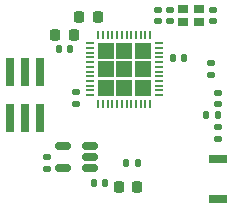
<source format=gbr>
%TF.GenerationSoftware,KiCad,Pcbnew,7.0.10*%
%TF.CreationDate,2024-03-11T17:01:08-07:00*%
%TF.ProjectId,P2.0,50322e30-2e6b-4696-9361-645f70636258,rev?*%
%TF.SameCoordinates,Original*%
%TF.FileFunction,Paste,Top*%
%TF.FilePolarity,Positive*%
%FSLAX46Y46*%
G04 Gerber Fmt 4.6, Leading zero omitted, Abs format (unit mm)*
G04 Created by KiCad (PCBNEW 7.0.10) date 2024-03-11 17:01:08*
%MOMM*%
%LPD*%
G01*
G04 APERTURE LIST*
G04 Aperture macros list*
%AMRoundRect*
0 Rectangle with rounded corners*
0 $1 Rounding radius*
0 $2 $3 $4 $5 $6 $7 $8 $9 X,Y pos of 4 corners*
0 Add a 4 corners polygon primitive as box body*
4,1,4,$2,$3,$4,$5,$6,$7,$8,$9,$2,$3,0*
0 Add four circle primitives for the rounded corners*
1,1,$1+$1,$2,$3*
1,1,$1+$1,$4,$5*
1,1,$1+$1,$6,$7*
1,1,$1+$1,$8,$9*
0 Add four rect primitives between the rounded corners*
20,1,$1+$1,$2,$3,$4,$5,0*
20,1,$1+$1,$4,$5,$6,$7,0*
20,1,$1+$1,$6,$7,$8,$9,0*
20,1,$1+$1,$8,$9,$2,$3,0*%
G04 Aperture macros list end*
%ADD10RoundRect,0.140000X0.140000X0.170000X-0.140000X0.170000X-0.140000X-0.170000X0.140000X-0.170000X0*%
%ADD11RoundRect,0.135000X-0.135000X-0.185000X0.135000X-0.185000X0.135000X0.185000X-0.135000X0.185000X0*%
%ADD12R,1.600000X0.800000*%
%ADD13RoundRect,0.147500X-0.172500X0.147500X-0.172500X-0.147500X0.172500X-0.147500X0.172500X0.147500X0*%
%ADD14RoundRect,0.150000X0.512500X0.150000X-0.512500X0.150000X-0.512500X-0.150000X0.512500X-0.150000X0*%
%ADD15RoundRect,0.140000X0.170000X-0.140000X0.170000X0.140000X-0.170000X0.140000X-0.170000X-0.140000X0*%
%ADD16R,0.850000X0.750000*%
%ADD17RoundRect,0.140000X-0.170000X0.140000X-0.170000X-0.140000X0.170000X-0.140000X0.170000X0.140000X0*%
%ADD18RoundRect,0.147500X-0.147500X-0.172500X0.147500X-0.172500X0.147500X0.172500X-0.147500X0.172500X0*%
%ADD19RoundRect,0.225000X0.225000X0.250000X-0.225000X0.250000X-0.225000X-0.250000X0.225000X-0.250000X0*%
%ADD20RoundRect,0.135000X-0.185000X0.135000X-0.185000X-0.135000X0.185000X-0.135000X0.185000X0.135000X0*%
%ADD21R,0.760000X2.400000*%
%ADD22RoundRect,0.218750X-0.218750X-0.256250X0.218750X-0.256250X0.218750X0.256250X-0.218750X0.256250X0*%
%ADD23R,0.762000X0.203200*%
%ADD24R,0.203200X0.762000*%
G04 APERTURE END LIST*
%TO.C,U5*%
G36*
X84495834Y-56466835D02*
G01*
X83129500Y-56466835D01*
X83129500Y-55100501D01*
X84495834Y-55100501D01*
X84495834Y-56466835D01*
G37*
G36*
X84495834Y-58033168D02*
G01*
X83129500Y-58033168D01*
X83129500Y-56666834D01*
X84495834Y-56666834D01*
X84495834Y-58033168D01*
G37*
G36*
X84495834Y-59599501D02*
G01*
X83129500Y-59599501D01*
X83129500Y-58233167D01*
X84495834Y-58233167D01*
X84495834Y-59599501D01*
G37*
G36*
X86062167Y-56466835D02*
G01*
X84695833Y-56466835D01*
X84695833Y-55100501D01*
X86062167Y-55100501D01*
X86062167Y-56466835D01*
G37*
G36*
X86062167Y-58033168D02*
G01*
X84695833Y-58033168D01*
X84695833Y-56666834D01*
X86062167Y-56666834D01*
X86062167Y-58033168D01*
G37*
G36*
X86062167Y-59599501D02*
G01*
X84695833Y-59599501D01*
X84695833Y-58233167D01*
X86062167Y-58233167D01*
X86062167Y-59599501D01*
G37*
G36*
X87628500Y-56466835D02*
G01*
X86262166Y-56466835D01*
X86262166Y-55100501D01*
X87628500Y-55100501D01*
X87628500Y-56466835D01*
G37*
G36*
X87628500Y-58033168D02*
G01*
X86262166Y-58033168D01*
X86262166Y-56666834D01*
X87628500Y-56666834D01*
X87628500Y-58033168D01*
G37*
G36*
X87628500Y-59599501D02*
G01*
X86262166Y-59599501D01*
X86262166Y-58233167D01*
X87628500Y-58233167D01*
X87628500Y-59599501D01*
G37*
%TD*%
D10*
%TO.C,C11*%
X83780000Y-67000000D03*
X82820000Y-67000000D03*
%TD*%
D11*
%TO.C,R18*%
X85490000Y-65250000D03*
X86510000Y-65250000D03*
%TD*%
D10*
%TO.C,C17*%
X90480000Y-56400000D03*
X89520000Y-56400000D03*
%TD*%
D12*
%TO.C,AE1*%
X93300000Y-64962500D03*
X93300000Y-68362500D03*
%TD*%
D13*
%TO.C,L2*%
X93300000Y-62262500D03*
X93300000Y-63232500D03*
%TD*%
D14*
%TO.C,U4*%
X82500000Y-65750000D03*
X82500000Y-64800000D03*
X82500000Y-63850000D03*
X80225000Y-63850000D03*
X80225000Y-65750000D03*
%TD*%
D15*
%TO.C,C14*%
X81300000Y-60260000D03*
X81300000Y-59300000D03*
%TD*%
D16*
%TO.C,Y1*%
X90378999Y-53329001D03*
X91728999Y-53329001D03*
X91728999Y-52279001D03*
X90378999Y-52279001D03*
%TD*%
D17*
%TO.C,C13*%
X88278999Y-52319001D03*
X88278999Y-53279001D03*
%TD*%
D10*
%TO.C,C12*%
X80805000Y-55650000D03*
X79845000Y-55650000D03*
%TD*%
D18*
%TO.C,L3*%
X92330000Y-61250000D03*
X93300000Y-61250000D03*
%TD*%
D15*
%TO.C,C18*%
X92878999Y-53279001D03*
X92878999Y-52319001D03*
%TD*%
D19*
%TO.C,C19*%
X83125000Y-52950000D03*
X81575000Y-52950000D03*
%TD*%
D20*
%TO.C,R13*%
X92700000Y-56790000D03*
X92700000Y-57810000D03*
%TD*%
D17*
%TO.C,C16*%
X89228999Y-52319001D03*
X89228999Y-53279001D03*
%TD*%
D19*
%TO.C,C20*%
X81100000Y-54450000D03*
X79550000Y-54450000D03*
%TD*%
D21*
%TO.C,J2*%
X75710000Y-57600000D03*
X76980000Y-57600000D03*
X78250000Y-57600000D03*
X78250000Y-61500000D03*
X76980000Y-61500000D03*
X75710000Y-61500000D03*
%TD*%
D15*
%TO.C,C15*%
X93300000Y-60300000D03*
X93300000Y-59340000D03*
%TD*%
D22*
%TO.C,D1*%
X84925000Y-67300000D03*
X86500000Y-67300000D03*
%TD*%
D15*
%TO.C,C10*%
X78800000Y-65760000D03*
X78800000Y-64800000D03*
%TD*%
D23*
%TO.C,U5*%
X82458000Y-55150000D03*
X82458000Y-55550002D03*
X82458000Y-55950001D03*
X82458000Y-56350000D03*
X82458000Y-56750002D03*
X82458000Y-57150001D03*
X82458000Y-57550001D03*
X82458000Y-57950000D03*
X82458000Y-58350002D03*
X82458000Y-58750001D03*
X82458000Y-59150000D03*
X82458000Y-59550002D03*
D24*
X83178999Y-60271001D03*
X83579001Y-60271001D03*
X83979000Y-60271001D03*
X84378999Y-60271001D03*
X84779001Y-60271001D03*
X85179000Y-60271001D03*
X85579000Y-60271001D03*
X85978999Y-60271001D03*
X86379001Y-60271001D03*
X86779000Y-60271001D03*
X87178999Y-60271001D03*
X87579001Y-60271001D03*
D23*
X88300000Y-59550002D03*
X88300000Y-59150000D03*
X88300000Y-58750001D03*
X88300000Y-58350002D03*
X88300000Y-57950000D03*
X88300000Y-57550001D03*
X88300000Y-57150001D03*
X88300000Y-56750002D03*
X88300000Y-56350000D03*
X88300000Y-55950001D03*
X88300000Y-55550002D03*
X88300000Y-55150000D03*
D24*
X87579001Y-54429001D03*
X87178999Y-54429001D03*
X86779000Y-54429001D03*
X86379001Y-54429001D03*
X85978999Y-54429001D03*
X85579000Y-54429001D03*
X85179000Y-54429001D03*
X84779001Y-54429001D03*
X84378999Y-54429001D03*
X83979000Y-54429001D03*
X83579001Y-54429001D03*
X83178999Y-54429001D03*
%TD*%
M02*

</source>
